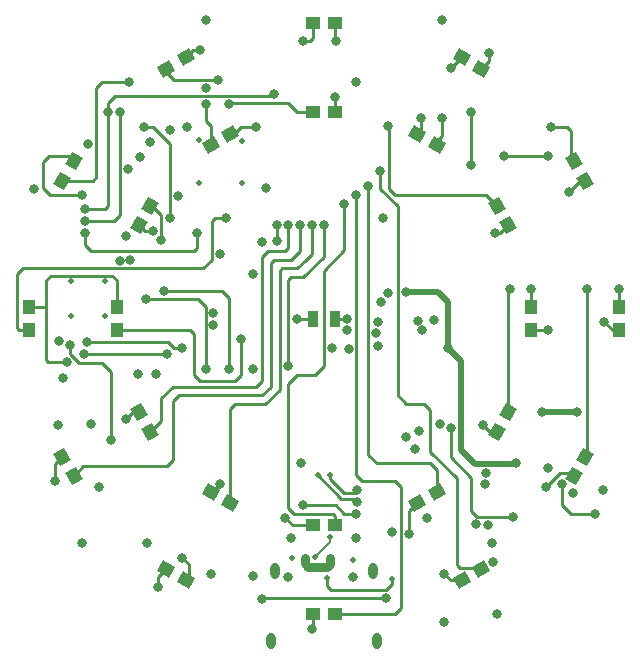
<source format=gbr>
%TF.GenerationSoftware,KiCad,Pcbnew,6.0.7+dfsg-1~bpo11+1*%
%TF.CreationDate,2022-09-06T20:28:50+02:00*%
%TF.ProjectId,pcb,7063622e-6b69-4636-9164-5f7063625858,0.1*%
%TF.SameCoordinates,Original*%
%TF.FileFunction,Copper,L4,Bot*%
%TF.FilePolarity,Positive*%
%FSLAX46Y46*%
G04 Gerber Fmt 4.6, Leading zero omitted, Abs format (unit mm)*
G04 Created by KiCad (PCBNEW 6.0.7+dfsg-1~bpo11+1) date 2022-09-06 20:28:50*
%MOMM*%
%LPD*%
G01*
G04 APERTURE LIST*
G04 Aperture macros list*
%AMRotRect*
0 Rectangle, with rotation*
0 The origin of the aperture is its center*
0 $1 length*
0 $2 width*
0 $3 Rotation angle, in degrees counterclockwise*
0 Add horizontal line*
21,1,$1,$2,0,0,$3*%
G04 Aperture macros list end*
%TA.AperFunction,ComponentPad*%
%ADD10O,0.800000X1.400000*%
%TD*%
%TA.AperFunction,SMDPad,CuDef*%
%ADD11R,1.050000X1.200000*%
%TD*%
%TA.AperFunction,SMDPad,CuDef*%
%ADD12R,1.200000X1.050000*%
%TD*%
%TA.AperFunction,SMDPad,CuDef*%
%ADD13RotRect,1.050000X1.200000X60.000000*%
%TD*%
%TA.AperFunction,SMDPad,CuDef*%
%ADD14RotRect,1.050000X1.200000X210.000000*%
%TD*%
%TA.AperFunction,SMDPad,CuDef*%
%ADD15RotRect,1.050000X1.200000X330.000000*%
%TD*%
%TA.AperFunction,SMDPad,CuDef*%
%ADD16RotRect,1.050000X1.200000X240.000000*%
%TD*%
%TA.AperFunction,SMDPad,CuDef*%
%ADD17RotRect,1.050000X1.200000X120.000000*%
%TD*%
%TA.AperFunction,SMDPad,CuDef*%
%ADD18RotRect,1.050000X1.200000X300.000000*%
%TD*%
%TA.AperFunction,SMDPad,CuDef*%
%ADD19RotRect,1.050000X1.200000X150.000000*%
%TD*%
%TA.AperFunction,SMDPad,CuDef*%
%ADD20R,0.900000X1.400000*%
%TD*%
%TA.AperFunction,SMDPad,CuDef*%
%ADD21RotRect,1.050000X1.200000X30.000000*%
%TD*%
%TA.AperFunction,ViaPad*%
%ADD22C,0.800000*%
%TD*%
%TA.AperFunction,ViaPad*%
%ADD23C,0.500000*%
%TD*%
%TA.AperFunction,Conductor*%
%ADD24C,0.250000*%
%TD*%
%TA.AperFunction,Conductor*%
%ADD25C,0.254000*%
%TD*%
%TA.AperFunction,Conductor*%
%ADD26C,0.508000*%
%TD*%
%TA.AperFunction,Conductor*%
%ADD27C,0.261112*%
%TD*%
%TA.AperFunction,Conductor*%
%ADD28C,0.200000*%
%TD*%
%TA.AperFunction,Conductor*%
%ADD29C,0.762000*%
%TD*%
G04 APERTURE END LIST*
D10*
%TO.P,X1,S1,SHIELD*%
%TO.N,/Power/Shield*%
X154130000Y-121330000D03*
X145510000Y-127280000D03*
X145870000Y-121330000D03*
X154490000Y-127280000D03*
%TD*%
D11*
%TO.P,V17,1*%
%TO.N,Ring0_9*%
X175000000Y-99050000D03*
%TO.P,V17,2*%
%TO.N,3.3V*%
X175000000Y-100950000D03*
%TD*%
D12*
%TO.P,V14,1*%
%TO.N,Ring0_6*%
X150950000Y-125000000D03*
%TO.P,V14,2*%
%TO.N,3.3V*%
X149050000Y-125000000D03*
%TD*%
D13*
%TO.P,V13,1*%
%TO.N,Ring0_5*%
X138322724Y-122126000D03*
%TO.P,V13,2*%
%TO.N,3.3V*%
X136677276Y-121176000D03*
%TD*%
D14*
%TO.P,V18,1*%
%TO.N,Ring0_10*%
X171176000Y-86677276D03*
%TO.P,V18,2*%
%TO.N,3.3V*%
X172126000Y-88322724D03*
%TD*%
D11*
%TO.P,V29,1*%
%TO.N,Ring1_9*%
X167500000Y-99050000D03*
%TO.P,V29,2*%
%TO.N,3.3V*%
X167500000Y-100950000D03*
%TD*%
D13*
%TO.P,V25,1*%
%TO.N,Ring1_5*%
X142072724Y-115630000D03*
%TO.P,V25,2*%
%TO.N,3.3V*%
X140427276Y-114680000D03*
%TD*%
D15*
%TO.P,V10,1*%
%TO.N,Ring0_2*%
X127874000Y-88322724D03*
%TO.P,V10,2*%
%TO.N,3.3V*%
X128824000Y-86677276D03*
%TD*%
D16*
%TO.P,V19,1*%
%TO.N,Ring0_11*%
X161677276Y-77874000D03*
%TO.P,V19,2*%
%TO.N,3.3V*%
X163322724Y-78824000D03*
%TD*%
D17*
%TO.P,V15,1*%
%TO.N,Ring0_7*%
X163322724Y-121176000D03*
%TO.P,V15,2*%
%TO.N,3.3V*%
X161677276Y-122126000D03*
%TD*%
D18*
%TO.P,V9,1*%
%TO.N,Ring0_1*%
X136677276Y-78824000D03*
%TO.P,V9,2*%
%TO.N,3.3V*%
X138322724Y-77874000D03*
%TD*%
D19*
%TO.P,V16,1*%
%TO.N,Ring0_8*%
X172126000Y-111677276D03*
%TO.P,V16,2*%
%TO.N,3.3V*%
X171176000Y-113322724D03*
%TD*%
D16*
%TO.P,V31,1*%
%TO.N,Ring1_11*%
X157927276Y-84370000D03*
%TO.P,V31,2*%
%TO.N,3.3V*%
X159572724Y-85320000D03*
%TD*%
D14*
%TO.P,V30,1*%
%TO.N,Ring1_10*%
X164680000Y-90427276D03*
%TO.P,V30,2*%
%TO.N,3.3V*%
X165630000Y-92072724D03*
%TD*%
D18*
%TO.P,V21,1*%
%TO.N,Ring1_1*%
X140427276Y-85320000D03*
%TO.P,V21,2*%
%TO.N,3.3V*%
X142072724Y-84370000D03*
%TD*%
D17*
%TO.P,V27,1*%
%TO.N,Ring1_7*%
X159572724Y-114680000D03*
%TO.P,V27,2*%
%TO.N,3.3V*%
X157927276Y-115630000D03*
%TD*%
D19*
%TO.P,V28,1*%
%TO.N,Ring1_8*%
X165630000Y-107927276D03*
%TO.P,V28,2*%
%TO.N,3.3V*%
X164680000Y-109572724D03*
%TD*%
D20*
%TO.P,V34,1,C*%
%TO.N,3.3V*%
X149050000Y-100000000D03*
%TO.P,V34,2,E*%
%TO.N,PHOTO*%
X150950000Y-100000000D03*
%TD*%
D21*
%TO.P,V12,1*%
%TO.N,Ring0_4*%
X128824000Y-113322724D03*
%TO.P,V12,2*%
%TO.N,3.3V*%
X127874000Y-111677276D03*
%TD*%
D11*
%TO.P,V23,1*%
%TO.N,Ring1_3*%
X132500000Y-100950000D03*
%TO.P,V23,2*%
%TO.N,3.3V*%
X132500000Y-99050000D03*
%TD*%
D21*
%TO.P,V24,1*%
%TO.N,Ring1_4*%
X135320000Y-109572724D03*
%TO.P,V24,2*%
%TO.N,3.3V*%
X134370000Y-107927276D03*
%TD*%
D12*
%TO.P,V8,1*%
%TO.N,Ring0_0*%
X149050000Y-75000000D03*
%TO.P,V8,2*%
%TO.N,3.3V*%
X150950000Y-75000000D03*
%TD*%
%TO.P,V20,1*%
%TO.N,Ring1_0*%
X149050000Y-82500000D03*
%TO.P,V20,2*%
%TO.N,3.3V*%
X150950000Y-82500000D03*
%TD*%
D15*
%TO.P,V22,1*%
%TO.N,Ring1_2*%
X134370000Y-92072724D03*
%TO.P,V22,2*%
%TO.N,3.3V*%
X135320000Y-90427276D03*
%TD*%
D11*
%TO.P,V11,1*%
%TO.N,Ring0_3*%
X125000000Y-100950000D03*
%TO.P,V11,2*%
%TO.N,3.3V*%
X125000000Y-99050000D03*
%TD*%
D12*
%TO.P,V26,1*%
%TO.N,Ring1_6*%
X150950000Y-117500000D03*
%TO.P,V26,2*%
%TO.N,3.3V*%
X149050000Y-117500000D03*
%TD*%
D22*
%TO.N,BAT_PROT-*%
X157750000Y-111000000D03*
X163750000Y-113083500D03*
X157945647Y-100154500D03*
X154550000Y-100250000D03*
D23*
X143050000Y-84950000D03*
X143050000Y-88550000D03*
X139450000Y-88550000D03*
X139433033Y-84850659D03*
D22*
X145100000Y-88950000D03*
X137679648Y-89595395D03*
X138400000Y-83800000D03*
X162907440Y-117397922D03*
X155750000Y-118050000D03*
X163650000Y-114000000D03*
X159800000Y-108900000D03*
X157000000Y-110000000D03*
%TO.N,BAT-*%
X171400000Y-107900000D03*
X168508636Y-107916500D03*
%TO.N,BAT_PROT-*%
X133631500Y-95000000D03*
D23*
X128600000Y-99750000D03*
D22*
X127500000Y-109000000D03*
X150654500Y-102500000D03*
X159300000Y-100100000D03*
X171100000Y-114800000D03*
X134226600Y-104694135D03*
X152750000Y-80000000D03*
X140425500Y-121600000D03*
X144000000Y-121750000D03*
X134400000Y-86350000D03*
X152500000Y-121900000D03*
D23*
X128581487Y-96849500D03*
D22*
X158300000Y-101000000D03*
X133406500Y-87300000D03*
X127950000Y-105006500D03*
X140000000Y-80500000D03*
X155435168Y-97843971D03*
X130000000Y-85250000D03*
X163864909Y-117456110D03*
D23*
X131501485Y-96849500D03*
D22*
X164289105Y-120590820D03*
X129500000Y-119000000D03*
X158750000Y-116850000D03*
X147000000Y-121900000D03*
X130298000Y-108952000D03*
D23*
X152500000Y-120400000D03*
D22*
X148100000Y-112200000D03*
X173600000Y-114500000D03*
X164700000Y-125000000D03*
X152095500Y-102525000D03*
X140656500Y-100500000D03*
X144750000Y-93500000D03*
X140000000Y-74750000D03*
X160000000Y-74750000D03*
X147250000Y-118600000D03*
X160214000Y-125714000D03*
X152750000Y-118600000D03*
X164200000Y-119000000D03*
X144000000Y-104250000D03*
D23*
X147300000Y-120300000D03*
D22*
X169000000Y-112650000D03*
D23*
X131500000Y-99750000D03*
D22*
X155000000Y-91500000D03*
X140656500Y-99500000D03*
X158100000Y-109500000D03*
X125500000Y-89000000D03*
%TO.N,3.3V*%
X173750000Y-100250000D03*
X144000000Y-96250000D03*
X129500000Y-89500000D03*
X170750000Y-89250000D03*
X150950000Y-81250000D03*
X157250000Y-118250000D03*
X132706919Y-95095500D03*
X136250000Y-93350000D03*
X136000000Y-122750000D03*
X139500000Y-77250000D03*
X137000000Y-84000000D03*
X133250000Y-108500000D03*
X135800000Y-104700000D03*
X151000000Y-76500000D03*
X160206404Y-121587192D03*
X154404500Y-101250000D03*
X164500000Y-92750000D03*
X135250000Y-85000000D03*
X168843500Y-114250000D03*
X133250000Y-93000000D03*
X160000000Y-83000000D03*
X146750000Y-116843500D03*
X127250000Y-113750000D03*
X169000000Y-101000000D03*
X149000000Y-126250000D03*
X154847613Y-98564218D03*
X127600000Y-101900000D03*
X128260193Y-103685796D03*
X147750000Y-100000000D03*
X144250000Y-83750000D03*
X152000000Y-101000000D03*
X141250000Y-94500000D03*
X131000000Y-114250000D03*
X135000000Y-119000000D03*
X164000000Y-77500000D03*
X154575000Y-102325000D03*
X163500000Y-109000000D03*
X141250000Y-114000000D03*
%TO.N,CHRG_OUT*%
X160500000Y-102500000D03*
X157000000Y-97750000D03*
X166250000Y-112250000D03*
D23*
%TO.N,/Power/CC2*%
X155750000Y-122000000D03*
X150250000Y-121993500D03*
D22*
%TO.N,/Power/CHRG_STAT*%
X152750000Y-116500000D03*
X148250000Y-115750000D03*
%TO.N,/Power/~{CHRG_PG}*%
X155250000Y-123654500D03*
X144750000Y-123750000D03*
%TO.N,REGN*%
X160750000Y-109250000D03*
X166000000Y-116750000D03*
%TO.N,NRST*%
X129750000Y-90750000D03*
X145750000Y-81000000D03*
X131750000Y-82500000D03*
%TO.N,BTN0*%
X129750000Y-91750000D03*
X132750000Y-82500000D03*
%TO.N,BTN1*%
X162500000Y-87000000D03*
X162500000Y-82500000D03*
X129750000Y-92750000D03*
X139250000Y-92750000D03*
%TO.N,BAT_SENS*%
X136750000Y-103000000D03*
X129710210Y-103000000D03*
%TO.N,PHOTO*%
X138000000Y-102500000D03*
X152000000Y-100000000D03*
X129952500Y-102000000D03*
%TO.N,Net-(V2-Pad3)*%
X170156500Y-114038350D03*
X173000000Y-116500000D03*
D23*
%TO.N,USB_D-*%
X149500000Y-113250000D03*
D22*
X152790810Y-115501600D03*
D23*
%TO.N,USB_D+*%
X149256500Y-120149502D03*
D22*
X152790810Y-114498400D03*
D23*
X150500000Y-118500000D03*
X150500000Y-113250000D03*
D22*
%TO.N,RXD*%
X136500000Y-97616500D03*
X142000000Y-104250000D03*
%TO.N,TXD*%
X140000000Y-104250000D03*
X134921284Y-98349716D03*
%TO.N,DBG_LED*%
X132000000Y-110250000D03*
X128504500Y-102250000D03*
%TO.N,Ring0_0*%
X148250000Y-76500000D03*
%TO.N,Ring0_1*%
X141000000Y-79750000D03*
%TO.N,Ring0_2*%
X137000000Y-91500000D03*
X134750000Y-83750000D03*
X133500000Y-80000000D03*
%TO.N,Ring0_3*%
X141750000Y-91439000D03*
%TO.N,Ring0_4*%
X148000000Y-92093500D03*
%TO.N,Ring0_5*%
X150000000Y-92093500D03*
X138000000Y-120250000D03*
X146995500Y-104000000D03*
%TO.N,Ring0_6*%
X152750000Y-89500000D03*
%TO.N,Ring0_7*%
X154750000Y-87500000D03*
%TO.N,Ring0_8*%
X165250000Y-86250000D03*
X172250000Y-97500000D03*
X169000000Y-86250000D03*
%TO.N,Ring0_9*%
X175000000Y-97500000D03*
%TO.N,Ring0_10*%
X169250000Y-83750000D03*
%TO.N,Ring0_11*%
X160750000Y-78750000D03*
%TO.N,Ring1_0*%
X142000000Y-81813500D03*
%TO.N,Ring1_1*%
X140000000Y-81813500D03*
%TO.N,Ring1_2*%
X135500000Y-92550000D03*
%TO.N,Ring1_3*%
X143000000Y-101750000D03*
X146000000Y-93406500D03*
X146000000Y-92093500D03*
%TO.N,Ring1_4*%
X147000000Y-92093500D03*
%TO.N,Ring1_5*%
X149000000Y-92093500D03*
%TO.N,Ring1_6*%
X151750000Y-90250000D03*
%TO.N,Ring1_7*%
X153750000Y-88750000D03*
%TO.N,Ring1_8*%
X165750000Y-97500000D03*
%TO.N,Ring1_9*%
X167500000Y-97500000D03*
%TO.N,Ring1_10*%
X155472011Y-83655931D03*
%TO.N,Ring1_11*%
X158250000Y-83000000D03*
D23*
%TO.N,VBUS_CONN*%
X148400000Y-120299502D03*
X150500000Y-120299502D03*
%TD*%
D24*
%TO.N,Ring1_6*%
X151750000Y-94200000D02*
X151750000Y-90250000D01*
X150000000Y-95950000D02*
X151750000Y-94200000D01*
X149250000Y-104750000D02*
X150000000Y-104000000D01*
X147750000Y-104750000D02*
X149250000Y-104750000D01*
X147000000Y-105500000D02*
X147750000Y-104750000D01*
X150000000Y-104000000D02*
X150000000Y-95950000D01*
X147000000Y-116000000D02*
X147000000Y-105500000D01*
X150750000Y-116500000D02*
X147500000Y-116500000D01*
X147500000Y-116500000D02*
X147000000Y-116000000D01*
X150950000Y-116700000D02*
X150750000Y-116500000D01*
X150950000Y-117500000D02*
X150950000Y-116700000D01*
%TO.N,PHOTO*%
X129952500Y-102000000D02*
X136800000Y-102000000D01*
X136800000Y-102000000D02*
X137300000Y-102500000D01*
X137300000Y-102500000D02*
X138000000Y-102500000D01*
D25*
%TO.N,TXD*%
X140000000Y-104250000D02*
X140000000Y-99000000D01*
X140000000Y-99000000D02*
X139350000Y-98350000D01*
X139350000Y-98350000D02*
X134921568Y-98350000D01*
X134921568Y-98350000D02*
X134921284Y-98349716D01*
%TO.N,RXD*%
X142000000Y-104250000D02*
X142000000Y-98250000D01*
X142000000Y-98250000D02*
X141400000Y-97650000D01*
X141400000Y-97650000D02*
X136533500Y-97650000D01*
X136533500Y-97650000D02*
X136500000Y-97616500D01*
D24*
%TO.N,Ring1_2*%
X135500000Y-92550000D02*
X134847276Y-92550000D01*
X134847276Y-92550000D02*
X134370000Y-92072724D01*
%TO.N,3.3V*%
X136250000Y-93350000D02*
X136250000Y-91200000D01*
X136250000Y-91200000D02*
X135477276Y-90427276D01*
X135477276Y-90427276D02*
X135320000Y-90427276D01*
X144250000Y-83750000D02*
X143000000Y-83750000D01*
X143000000Y-83750000D02*
X142380000Y-84370000D01*
X142380000Y-84370000D02*
X142072724Y-84370000D01*
X150950000Y-81250000D02*
X150950000Y-82500000D01*
X160000000Y-83000000D02*
X160000000Y-84500000D01*
X160000000Y-84500000D02*
X159572724Y-84927276D01*
X159572724Y-84927276D02*
X159572724Y-85320000D01*
%TO.N,Ring0_10*%
X169250000Y-83750000D02*
X170550000Y-83750000D01*
X170550000Y-83750000D02*
X170950000Y-84150000D01*
X170950000Y-84150000D02*
X170950000Y-86451276D01*
X170950000Y-86451276D02*
X171176000Y-86677276D01*
%TO.N,Ring0_8*%
X172250000Y-97500000D02*
X172250000Y-111250000D01*
X172250000Y-111250000D02*
X172126000Y-111374000D01*
X172126000Y-111374000D02*
X172126000Y-111677276D01*
%TO.N,3.3V*%
X171176000Y-113322724D02*
X170953276Y-113100000D01*
X170953276Y-113100000D02*
X169993500Y-113100000D01*
X169993500Y-113100000D02*
X168843500Y-114250000D01*
D25*
%TO.N,Net-(V2-Pad3)*%
X170156500Y-114038350D02*
X170156500Y-115756500D01*
X170156500Y-115756500D02*
X170900000Y-116500000D01*
X170900000Y-116500000D02*
X173000000Y-116500000D01*
D24*
%TO.N,Ring0_7*%
X154750000Y-87500000D02*
X154750000Y-89000000D01*
X156250000Y-90500000D02*
X156250000Y-106500000D01*
X156250000Y-106500000D02*
X157000000Y-107250000D01*
X158500000Y-107250000D02*
X159000000Y-107750000D01*
X154750000Y-89000000D02*
X156250000Y-90500000D01*
X157000000Y-107250000D02*
X158500000Y-107250000D01*
X159000000Y-107750000D02*
X159000000Y-111250000D01*
X159000000Y-111250000D02*
X161250000Y-113500000D01*
X161250000Y-113500000D02*
X161250000Y-120850000D01*
X161250000Y-120850000D02*
X161516337Y-121116337D01*
%TO.N,/Power/CC2*%
X155750000Y-122000000D02*
X155750000Y-122500000D01*
X155750000Y-122500000D02*
X155250000Y-123000000D01*
X155250000Y-123000000D02*
X150650000Y-123000000D01*
X150250000Y-122600000D02*
X150250000Y-121993500D01*
X150650000Y-123000000D02*
X150250000Y-122600000D01*
%TO.N,Ring0_5*%
X138322724Y-122126000D02*
X138550000Y-121898724D01*
X138550000Y-120800000D02*
X138000000Y-120250000D01*
X138550000Y-121898724D02*
X138550000Y-120800000D01*
%TO.N,Ring0_4*%
X128824000Y-113322724D02*
X129646724Y-112500000D01*
X129646724Y-112500000D02*
X136750000Y-112500000D01*
X136750000Y-112500000D02*
X137250000Y-112000000D01*
X137250000Y-112000000D02*
X137250000Y-107000000D01*
X137250000Y-107000000D02*
X137750000Y-106500000D01*
X137750000Y-106500000D02*
X144750000Y-106500000D01*
X144750000Y-106500000D02*
X145500000Y-105750000D01*
X145500000Y-105750000D02*
X145500000Y-95250000D01*
X145500000Y-95250000D02*
X145750000Y-95000000D01*
X145750000Y-95000000D02*
X147250000Y-95000000D01*
X147250000Y-95000000D02*
X148000000Y-94250000D01*
X148000000Y-94250000D02*
X148000000Y-92093500D01*
%TO.N,DBG_LED*%
X128504500Y-102250000D02*
X128504500Y-103004500D01*
X128504500Y-103004500D02*
X129250000Y-103750000D01*
X132000000Y-104550000D02*
X132000000Y-110250000D01*
X129250000Y-103750000D02*
X131200000Y-103750000D01*
X131200000Y-103750000D02*
X132000000Y-104550000D01*
%TO.N,Ring1_3*%
X132500000Y-100950000D02*
X138650000Y-100950000D01*
X138650000Y-100950000D02*
X139000000Y-101300000D01*
X139000000Y-101300000D02*
X139000000Y-104750000D01*
X139000000Y-104750000D02*
X139500000Y-105250000D01*
X139500000Y-105250000D02*
X142500000Y-105250000D01*
X142500000Y-105250000D02*
X143000000Y-104750000D01*
X143000000Y-104750000D02*
X143000000Y-101750000D01*
%TO.N,3.3V*%
X129500000Y-89500000D02*
X126800000Y-89500000D01*
X126250000Y-88950000D02*
X126250000Y-86750000D01*
X126800000Y-89500000D02*
X126250000Y-88950000D01*
X126250000Y-86750000D02*
X126750000Y-86250000D01*
X126750000Y-86250000D02*
X128396724Y-86250000D01*
X128396724Y-86250000D02*
X128824000Y-86677276D01*
%TO.N,Ring0_1*%
X136677276Y-78824000D02*
X136677276Y-79077276D01*
X136677276Y-79077276D02*
X137350000Y-79750000D01*
X137350000Y-79750000D02*
X141000000Y-79750000D01*
%TO.N,Ring0_0*%
X149050000Y-75000000D02*
X149050000Y-76250000D01*
X149050000Y-76250000D02*
X148800000Y-76500000D01*
X148800000Y-76500000D02*
X148250000Y-76500000D01*
D25*
%TO.N,Ring0_7*%
X163322724Y-121176000D02*
X163261061Y-121114337D01*
X163261061Y-121114337D02*
X161516337Y-121114337D01*
D26*
%TO.N,BAT-*%
X168508636Y-107916500D02*
X171383500Y-107916500D01*
D25*
%TO.N,3.3V*%
X126500000Y-103500000D02*
X126500000Y-99000000D01*
D24*
X165630000Y-92072724D02*
X164952724Y-92750000D01*
X132095000Y-96345000D02*
X132500000Y-96750000D01*
X164000000Y-78146724D02*
X164000000Y-77500000D01*
D25*
X126500000Y-99000000D02*
X126450000Y-99050000D01*
D24*
X140570000Y-114680000D02*
X141250000Y-114000000D01*
X175000000Y-100950000D02*
X174450000Y-100950000D01*
D25*
X136000000Y-121853276D02*
X136677276Y-121176000D01*
D24*
X126500000Y-99000000D02*
X126500000Y-96750000D01*
X160745212Y-122126000D02*
X161677276Y-122126000D01*
X160206404Y-121587192D02*
X160745212Y-122126000D01*
X150950000Y-76450000D02*
X151000000Y-76500000D01*
X174450000Y-100950000D02*
X173750000Y-100250000D01*
D25*
X126685796Y-103685796D02*
X126500000Y-103500000D01*
D24*
X157250000Y-116307276D02*
X157927276Y-115630000D01*
X126500000Y-96750000D02*
X126905000Y-96345000D01*
X139500000Y-77250000D02*
X138946724Y-77250000D01*
X147406500Y-117500000D02*
X149050000Y-117500000D01*
X164952724Y-92750000D02*
X164500000Y-92750000D01*
X140427276Y-114680000D02*
X140570000Y-114680000D01*
X167500000Y-100950000D02*
X168950000Y-100950000D01*
X149050000Y-125000000D02*
X149050000Y-126200000D01*
X132500000Y-96750000D02*
X132500000Y-99050000D01*
X172126000Y-88322724D02*
X171677276Y-88322724D01*
D25*
X126450000Y-99050000D02*
X125000000Y-99050000D01*
X128260193Y-103685796D02*
X126685796Y-103685796D01*
D24*
X157250000Y-118250000D02*
X157250000Y-116307276D01*
X149050000Y-126200000D02*
X149000000Y-126250000D01*
D25*
X136000000Y-122750000D02*
X136000000Y-121853276D01*
D24*
X163322724Y-78824000D02*
X164000000Y-78146724D01*
X133822724Y-107927276D02*
X133250000Y-108500000D01*
X138946724Y-77250000D02*
X138322724Y-77874000D01*
X126905000Y-96345000D02*
X132095000Y-96345000D01*
X127874000Y-111677276D02*
X127250000Y-112301276D01*
X171677276Y-88322724D02*
X170750000Y-89250000D01*
X164680000Y-109572724D02*
X164072724Y-109572724D01*
X147750000Y-100000000D02*
X149050000Y-100000000D01*
X150950000Y-75000000D02*
X150950000Y-76450000D01*
X146750000Y-116843500D02*
X147406500Y-117500000D01*
X168950000Y-100950000D02*
X169000000Y-101000000D01*
X164072724Y-109572724D02*
X163500000Y-109000000D01*
X127250000Y-112301276D02*
X127250000Y-113750000D01*
X134370000Y-107927276D02*
X133822724Y-107927276D01*
D26*
%TO.N,CHRG_OUT*%
X159650000Y-97750000D02*
X160500000Y-98600000D01*
X166200000Y-112300000D02*
X162800000Y-112300000D01*
X166250000Y-112250000D02*
X166200000Y-112300000D01*
X162800000Y-112300000D02*
X161600000Y-111100000D01*
X160500000Y-98600000D02*
X160500000Y-102500000D01*
X161600000Y-103600000D02*
X160500000Y-102500000D01*
X161600000Y-111100000D02*
X161600000Y-103600000D01*
X157000000Y-97750000D02*
X159650000Y-97750000D01*
D25*
%TO.N,/Power/CHRG_STAT*%
X151000000Y-115750000D02*
X148250000Y-115750000D01*
X152750000Y-116500000D02*
X151750000Y-116500000D01*
X151750000Y-116500000D02*
X151000000Y-115750000D01*
D24*
%TO.N,/Power/~{CHRG_PG}*%
X155250000Y-123654500D02*
X144845500Y-123654500D01*
X144845500Y-123654500D02*
X144750000Y-123750000D01*
%TO.N,REGN*%
X162500000Y-113500000D02*
X160750000Y-111750000D01*
X160750000Y-111750000D02*
X160750000Y-109250000D01*
X163000000Y-116750000D02*
X162500000Y-116250000D01*
X162500000Y-116250000D02*
X162500000Y-113500000D01*
X166000000Y-116750000D02*
X163000000Y-116750000D01*
D25*
%TO.N,NRST*%
X131500000Y-90750000D02*
X131750000Y-90500000D01*
D24*
X145593000Y-81157000D02*
X145157000Y-81157000D01*
X145750000Y-81000000D02*
X145593000Y-81157000D01*
D25*
X131750000Y-90500000D02*
X131750000Y-82500000D01*
X131750000Y-81750000D02*
X132000000Y-81500000D01*
X132343000Y-81157000D02*
X145157000Y-81157000D01*
X131750000Y-82500000D02*
X131750000Y-81750000D01*
X132000000Y-81500000D02*
X132343000Y-81157000D01*
X129750000Y-90750000D02*
X131500000Y-90750000D01*
%TO.N,BTN0*%
X129750000Y-91750000D02*
X132250000Y-91750000D01*
X132250000Y-91750000D02*
X132750000Y-91250000D01*
X132750000Y-91250000D02*
X132750000Y-82500000D01*
%TO.N,BTN1*%
X129750000Y-93750000D02*
X130250000Y-94250000D01*
X139250000Y-94000000D02*
X139250000Y-92750000D01*
X130250000Y-94250000D02*
X139000000Y-94250000D01*
X162500000Y-87000000D02*
X162500000Y-82500000D01*
X129750000Y-92750000D02*
X129750000Y-93750000D01*
X139000000Y-94250000D02*
X139250000Y-94000000D01*
D24*
%TO.N,BAT_SENS*%
X136750000Y-103000000D02*
X129710210Y-103000000D01*
D25*
%TO.N,PHOTO*%
X152000000Y-100000000D02*
X150950000Y-100000000D01*
D27*
%TO.N,USB_D-*%
X152521367Y-115232157D02*
X151482157Y-115232157D01*
X151482157Y-115232157D02*
X149500000Y-113250000D01*
X152790810Y-115501600D02*
X152521367Y-115232157D01*
D28*
%TO.N,USB_D+*%
X149256500Y-120149502D02*
X150500000Y-118906002D01*
D27*
X150500000Y-113593363D02*
X150500000Y-113250000D01*
D28*
X150500000Y-118906002D02*
X150500000Y-118500000D01*
D27*
X151674480Y-114767843D02*
X150500000Y-113593363D01*
X152790810Y-114498400D02*
X152521367Y-114767843D01*
X152521367Y-114767843D02*
X151674480Y-114767843D01*
D25*
%TO.N,Ring0_2*%
X130750000Y-88000000D02*
X130750000Y-80500000D01*
X127874000Y-88322724D02*
X130427276Y-88322724D01*
X130427276Y-88322724D02*
X130750000Y-88000000D01*
X130750000Y-80500000D02*
X131250000Y-80000000D01*
D24*
X135500000Y-83750000D02*
X134750000Y-83750000D01*
X137000000Y-91500000D02*
X137000000Y-85250000D01*
X137000000Y-85250000D02*
X135500000Y-83750000D01*
X131250000Y-80000000D02*
X133500000Y-80000000D01*
%TO.N,Ring0_3*%
X140500000Y-95000000D02*
X139750000Y-95750000D01*
X124000000Y-100750000D02*
X124200000Y-100950000D01*
X140811000Y-91439000D02*
X140500000Y-91750000D01*
X124500000Y-95750000D02*
X124000000Y-96250000D01*
X140500000Y-91750000D02*
X140500000Y-95000000D01*
X139750000Y-95750000D02*
X124500000Y-95750000D01*
X141750000Y-91439000D02*
X140811000Y-91439000D01*
X124000000Y-96250000D02*
X124000000Y-100750000D01*
X124200000Y-100950000D02*
X125000000Y-100950000D01*
%TO.N,Ring0_5*%
X146995500Y-104000000D02*
X146995500Y-96754500D01*
X150000000Y-94768700D02*
X150000000Y-92093500D01*
X146995500Y-96754500D02*
X147250000Y-96500000D01*
X147250000Y-96500000D02*
X148268700Y-96500000D01*
X148268700Y-96500000D02*
X150000000Y-94768700D01*
%TO.N,Ring0_6*%
X156000000Y-113750000D02*
X153250000Y-113750000D01*
X152750000Y-113250000D02*
X152750000Y-89500000D01*
X156500000Y-124500000D02*
X156500000Y-114250000D01*
X156000000Y-125000000D02*
X156500000Y-124500000D01*
X150950000Y-125000000D02*
X156000000Y-125000000D01*
X156500000Y-114250000D02*
X156000000Y-113750000D01*
X153250000Y-113750000D02*
X152750000Y-113250000D01*
%TO.N,Ring0_8*%
X165250000Y-86250000D02*
X169000000Y-86250000D01*
%TO.N,Ring0_9*%
X175000000Y-97500000D02*
X175000000Y-99050000D01*
%TO.N,Ring0_11*%
X160801276Y-78750000D02*
X161677276Y-77874000D01*
%TO.N,Ring1_0*%
X147750000Y-82500000D02*
X149050000Y-82500000D01*
X142000000Y-81813500D02*
X142063500Y-81750000D01*
X142063500Y-81750000D02*
X147000000Y-81750000D01*
X147000000Y-81750000D02*
X147750000Y-82500000D01*
%TO.N,Ring1_1*%
X140000000Y-83250000D02*
X140427276Y-83677276D01*
X140427276Y-83677276D02*
X140427276Y-85320000D01*
X140000000Y-81813500D02*
X140000000Y-83250000D01*
%TO.N,Ring1_3*%
X146000000Y-93406500D02*
X146000000Y-92093500D01*
%TO.N,Ring1_4*%
X145250000Y-94250000D02*
X146750000Y-94250000D01*
X136250000Y-108642724D02*
X136250000Y-106750000D01*
X144750000Y-105250000D02*
X144750000Y-94750000D01*
X144750000Y-94750000D02*
X145250000Y-94250000D01*
X137250000Y-105750000D02*
X144250000Y-105750000D01*
X135320000Y-109572724D02*
X136250000Y-108642724D01*
X136250000Y-106750000D02*
X137250000Y-105750000D01*
X146750000Y-94250000D02*
X147000000Y-94000000D01*
X147000000Y-94000000D02*
X147000000Y-92093500D01*
X144250000Y-105750000D02*
X144750000Y-105250000D01*
%TO.N,Ring1_5*%
X149000000Y-94500000D02*
X149000000Y-92093500D01*
X142500000Y-107250000D02*
X145000000Y-107250000D01*
X146250000Y-96000000D02*
X146500000Y-95750000D01*
X146250000Y-106000000D02*
X146250000Y-96750000D01*
X147500000Y-95750000D02*
X147750000Y-95750000D01*
X145000000Y-107250000D02*
X146250000Y-106000000D01*
X148500000Y-95000000D02*
X149000000Y-94500000D01*
X147750000Y-95750000D02*
X148500000Y-95000000D01*
X142072724Y-115630000D02*
X142072724Y-107677276D01*
X142072724Y-107677276D02*
X142500000Y-107250000D01*
X146500000Y-95750000D02*
X147500000Y-95750000D01*
X146250000Y-96750000D02*
X146250000Y-96000000D01*
%TO.N,Ring1_7*%
X153750000Y-111500000D02*
X154500000Y-112250000D01*
X153750000Y-88750000D02*
X153750000Y-111500000D01*
X159572724Y-112822724D02*
X159572724Y-114680000D01*
X159000000Y-112250000D02*
X159572724Y-112822724D01*
X154500000Y-112250000D02*
X159000000Y-112250000D01*
%TO.N,Ring1_8*%
X165750000Y-97500000D02*
X165630000Y-97620000D01*
X165630000Y-97620000D02*
X165630000Y-107927276D01*
%TO.N,Ring1_9*%
X167500000Y-97500000D02*
X167500000Y-99050000D01*
%TO.N,Ring1_10*%
X155500000Y-89000000D02*
X156000000Y-89500000D01*
X155500000Y-83683920D02*
X155500000Y-89000000D01*
X155472011Y-83655931D02*
X155500000Y-83683920D01*
X156000000Y-89500000D02*
X163752724Y-89500000D01*
X163752724Y-89500000D02*
X164680000Y-90427276D01*
%TO.N,Ring1_11*%
X158250000Y-83000000D02*
X158250000Y-84047276D01*
X158250000Y-84047276D02*
X157927276Y-84370000D01*
D29*
%TO.N,VBUS_CONN*%
X148400000Y-120700000D02*
X148700000Y-121000000D01*
X148700000Y-121000000D02*
X150300000Y-121000000D01*
X150500000Y-120800000D02*
X150500000Y-120299502D01*
X150300000Y-121000000D02*
X150500000Y-120800000D01*
X148400000Y-120299502D02*
X148400000Y-120700000D01*
%TD*%
M02*

</source>
